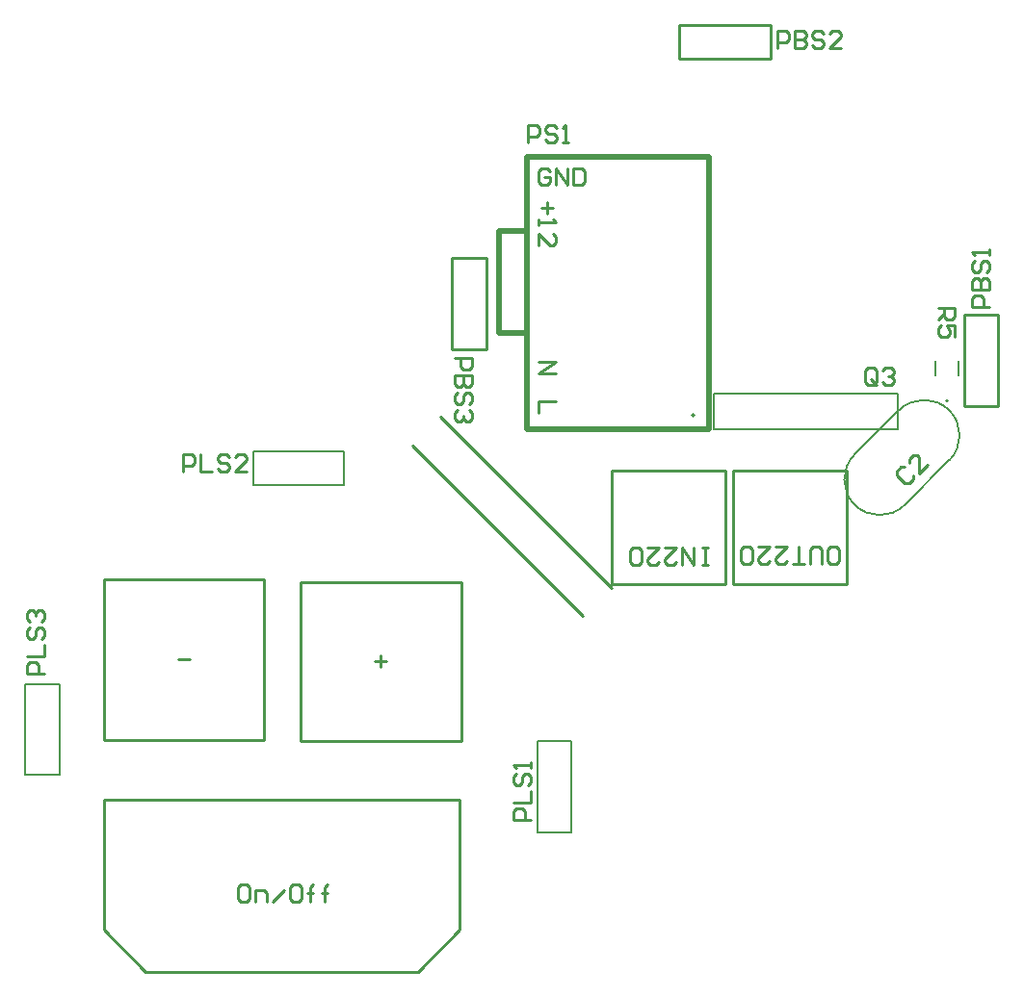
<source format=gto>
G04 Layer_Color=65535*
%FSLAX44Y44*%
%MOMM*%
G71*
G01*
G75*
%ADD11C,0.5000*%
%ADD49C,0.1524*%
%ADD50C,0.2540*%
%ADD51C,0.1500*%
D11*
X426000Y599000D02*
X451000D01*
X426000D02*
Y689000D01*
X451000D01*
Y514000D02*
X611000D01*
X451000D02*
Y754000D01*
X611000Y514000D02*
Y754000D01*
X451000D02*
X611000D01*
D49*
X598245Y527000D02*
G03*
X598245Y527000I-1270J0D01*
G01*
X738905Y492088D02*
G03*
X783088Y447905I22091J-22091D01*
G01*
X822062Y531062D02*
G03*
X777879Y531062I-22091J-22091D01*
G01*
X822062Y486879D02*
G03*
X822062Y531062I-22091J22091D01*
G01*
X820762Y539100D02*
G03*
X820762Y539100I-762J0D01*
G01*
X615400Y514300D02*
Y546050D01*
X776690D01*
Y514300D02*
Y546050D01*
X615400Y514300D02*
X776690D01*
X738905Y492088D02*
X777879Y531062D01*
X783088Y447905D02*
X822062Y486879D01*
X809713Y561678D02*
Y574323D01*
X830287D02*
X830287Y561677D01*
D50*
X355000Y37000D02*
X392000Y74000D01*
Y117000D01*
Y174000D01*
Y188000D01*
X122000Y37000D02*
X355000D01*
X79000Y174000D02*
Y188000D01*
X392000D01*
X252000Y371000D02*
X252000Y380000D01*
X369000Y240000D02*
X393000D01*
X252000D02*
X319000D01*
X835000Y535000D02*
X865000D01*
X835000D02*
Y615000D01*
X865000D01*
Y535000D02*
Y615000D01*
X385000Y665000D02*
X415000D01*
X415000Y585000D02*
X415000Y665000D01*
X385000Y585000D02*
X415000Y585000D01*
X385000Y585000D02*
Y665000D01*
X665000Y840000D02*
Y870000D01*
X585000Y840000D02*
X665000D01*
X585000D02*
Y870000D01*
X665000D01*
X625000Y378000D02*
Y478000D01*
X525000Y378000D02*
X625000D01*
X525000Y478000D02*
X625000D01*
X525000Y378000D02*
Y478000D01*
X732000Y378000D02*
Y478000D01*
X632000Y378000D02*
X732000D01*
X632000Y478000D02*
X732000D01*
X632000Y378000D02*
Y478000D01*
X350000Y500000D02*
X500000Y350000D01*
X375000Y525000D02*
X525000Y375000D01*
X79000Y382000D02*
X219364D01*
X79000Y241000D02*
Y382000D01*
Y241000D02*
X219364D01*
Y382000D01*
X319000Y240000D02*
X369000D01*
X393000D02*
Y380000D01*
X252000D02*
X393000D01*
X252000Y240000D02*
Y335000D01*
X79000Y117000D02*
Y174000D01*
X116000Y37000D02*
X122000D01*
X79000Y74000D02*
Y117000D01*
Y74000D02*
X116000Y37000D01*
X252000Y335000D02*
Y371000D01*
X452000Y767000D02*
Y782235D01*
X459618D01*
X462157Y779696D01*
Y774617D01*
X459618Y772078D01*
X452000D01*
X477392Y779696D02*
X474853Y782235D01*
X469774D01*
X467235Y779696D01*
Y777157D01*
X469774Y774617D01*
X474853D01*
X477392Y772078D01*
Y769539D01*
X474853Y767000D01*
X469774D01*
X467235Y769539D01*
X482470Y767000D02*
X487548D01*
X485009D01*
Y782235D01*
X482470Y779696D01*
X783171Y481126D02*
X779581D01*
X775990Y477535D01*
Y473944D01*
X783171Y466762D01*
X786762D01*
X790353Y470353D01*
Y473944D01*
X802922Y482922D02*
X795740Y475740D01*
Y490104D01*
X793944Y491899D01*
X790353D01*
X786762Y488308D01*
Y484717D01*
X857000Y622000D02*
X841765D01*
Y629618D01*
X844304Y632157D01*
X849382D01*
X851922Y629618D01*
Y622000D01*
X841765Y637235D02*
X857000D01*
Y644853D01*
X854461Y647392D01*
X851922D01*
X849382Y644853D01*
Y637235D01*
Y644853D01*
X846843Y647392D01*
X844304D01*
X841765Y644853D01*
Y637235D01*
X844304Y662627D02*
X841765Y660088D01*
Y655009D01*
X844304Y652470D01*
X846843D01*
X849382Y655009D01*
Y660088D01*
X851922Y662627D01*
X854461D01*
X857000Y660088D01*
Y655009D01*
X854461Y652470D01*
X857000Y667705D02*
Y672784D01*
Y670244D01*
X841765D01*
X844304Y667705D01*
X671200Y850000D02*
Y865235D01*
X678818D01*
X681357Y862696D01*
Y857617D01*
X678818Y855078D01*
X671200D01*
X686435Y865235D02*
Y850000D01*
X694053D01*
X696592Y852539D01*
Y855078D01*
X694053Y857617D01*
X686435D01*
X694053D01*
X696592Y860157D01*
Y862696D01*
X694053Y865235D01*
X686435D01*
X711827Y862696D02*
X709288Y865235D01*
X704209D01*
X701670Y862696D01*
Y860157D01*
X704209Y857617D01*
X709288D01*
X711827Y855078D01*
Y852539D01*
X709288Y850000D01*
X704209D01*
X701670Y852539D01*
X727062Y850000D02*
X716905D01*
X727062Y860157D01*
Y862696D01*
X724523Y865235D01*
X719444D01*
X716905Y862696D01*
X387000Y576600D02*
X402235D01*
Y568983D01*
X399696Y566443D01*
X394618D01*
X392078Y568983D01*
Y576600D01*
X402235Y561365D02*
X387000D01*
Y553747D01*
X389539Y551208D01*
X392078D01*
X394618Y553747D01*
Y561365D01*
Y553747D01*
X397157Y551208D01*
X399696D01*
X402235Y553747D01*
Y561365D01*
X399696Y535973D02*
X402235Y538512D01*
Y543591D01*
X399696Y546130D01*
X397157D01*
X394618Y543591D01*
Y538512D01*
X392078Y535973D01*
X389539D01*
X387000Y538512D01*
Y543591D01*
X389539Y546130D01*
X399696Y530895D02*
X402235Y528356D01*
Y523277D01*
X399696Y520738D01*
X397157D01*
X394618Y523277D01*
Y525816D01*
Y523277D01*
X392078Y520738D01*
X389539D01*
X387000Y523277D01*
Y528356D01*
X389539Y530895D01*
X149000Y477000D02*
Y492235D01*
X156617D01*
X159157Y489696D01*
Y484618D01*
X156617Y482078D01*
X149000D01*
X164235Y492235D02*
Y477000D01*
X174392D01*
X189627Y489696D02*
X187088Y492235D01*
X182009D01*
X179470Y489696D01*
Y487157D01*
X182009Y484618D01*
X187088D01*
X189627Y482078D01*
Y479539D01*
X187088Y477000D01*
X182009D01*
X179470Y479539D01*
X204862Y477000D02*
X194705D01*
X204862Y487157D01*
Y489696D01*
X202323Y492235D01*
X197244D01*
X194705Y489696D01*
X27000Y299500D02*
X11765D01*
Y307118D01*
X14304Y309657D01*
X19382D01*
X21922Y307118D01*
Y299500D01*
X11765Y314735D02*
X27000D01*
Y324892D01*
X14304Y340127D02*
X11765Y337588D01*
Y332509D01*
X14304Y329970D01*
X16843D01*
X19382Y332509D01*
Y337588D01*
X21922Y340127D01*
X24461D01*
X27000Y337588D01*
Y332509D01*
X24461Y329970D01*
X14304Y345205D02*
X11765Y347744D01*
Y352823D01*
X14304Y355362D01*
X16843D01*
X19382Y352823D01*
Y350284D01*
Y352823D01*
X21922Y355362D01*
X24461D01*
X27000Y352823D01*
Y347744D01*
X24461Y345205D01*
X758157Y555539D02*
Y565696D01*
X755618Y568235D01*
X750539D01*
X748000Y565696D01*
Y555539D01*
X750539Y553000D01*
X755618D01*
X753078Y558078D02*
X758157Y553000D01*
X755618D02*
X758157Y555539D01*
X763235Y565696D02*
X765774Y568235D01*
X770853D01*
X773392Y565696D01*
Y563157D01*
X770853Y560617D01*
X768313D01*
X770853D01*
X773392Y558078D01*
Y555539D01*
X770853Y553000D01*
X765774D01*
X763235Y555539D01*
X812000Y621000D02*
X827235D01*
Y613382D01*
X824696Y610843D01*
X819617D01*
X817078Y613382D01*
Y621000D01*
Y615922D02*
X812000Y610843D01*
X827235Y595608D02*
Y605765D01*
X819617D01*
X822157Y600687D01*
Y598147D01*
X819617Y595608D01*
X814539D01*
X812000Y598147D01*
Y603226D01*
X814539Y605765D01*
X610000Y394765D02*
X604922D01*
X607461D01*
Y410000D01*
X610000D01*
X604922D01*
X597304D02*
Y394765D01*
X587147Y410000D01*
Y394765D01*
X571912Y410000D02*
X582069D01*
X571912Y399843D01*
Y397304D01*
X574451Y394765D01*
X579530D01*
X582069Y397304D01*
X556677Y410000D02*
X566834D01*
X556677Y399843D01*
Y397304D01*
X559216Y394765D01*
X564295D01*
X566834Y397304D01*
X551599D02*
X549060Y394765D01*
X543981D01*
X541442Y397304D01*
Y407461D01*
X543981Y410000D01*
X549060D01*
X551599Y407461D01*
Y397304D01*
X717483Y395590D02*
X722561D01*
X725100Y398129D01*
Y408286D01*
X722561Y410825D01*
X717483D01*
X714944Y408286D01*
Y398129D01*
X717483Y395590D01*
X709865D02*
Y408286D01*
X707326Y410825D01*
X702248D01*
X699709Y408286D01*
Y395590D01*
X694630D02*
X684474D01*
X689552D01*
Y410825D01*
X669239D02*
X679395D01*
X669239Y400668D01*
Y398129D01*
X671778Y395590D01*
X676856D01*
X679395Y398129D01*
X654004Y410825D02*
X664160D01*
X654004Y400668D01*
Y398129D01*
X656543Y395590D01*
X661621D01*
X664160Y398129D01*
X648925D02*
X646386Y395590D01*
X641308D01*
X638768Y398129D01*
Y408286D01*
X641308Y410825D01*
X646386D01*
X648925Y408286D01*
Y398129D01*
X454250Y171000D02*
X439015D01*
Y178617D01*
X441554Y181157D01*
X446632D01*
X449172Y178617D01*
Y171000D01*
X439015Y186235D02*
X454250D01*
Y196392D01*
X441554Y211627D02*
X439015Y209088D01*
Y204009D01*
X441554Y201470D01*
X444093D01*
X446632Y204009D01*
Y209088D01*
X449172Y211627D01*
X451711D01*
X454250Y209088D01*
Y204009D01*
X451711Y201470D01*
X454250Y216705D02*
Y221784D01*
Y219244D01*
X439015D01*
X441554Y216705D01*
X204618Y114235D02*
X199539D01*
X197000Y111696D01*
Y101539D01*
X199539Y99000D01*
X204618D01*
X207157Y101539D01*
Y111696D01*
X204618Y114235D01*
X212235Y99000D02*
Y109157D01*
X219853D01*
X222392Y106617D01*
Y99000D01*
X227470D02*
X237627Y109157D01*
X250323Y114235D02*
X245244D01*
X242705Y111696D01*
Y101539D01*
X245244Y99000D01*
X250323D01*
X252862Y101539D01*
Y111696D01*
X250323Y114235D01*
X260480Y99000D02*
Y111696D01*
Y106617D01*
X257940D01*
X263019D01*
X260480D01*
Y111696D01*
X263019Y114235D01*
X273175Y99000D02*
Y111696D01*
Y106617D01*
X270636D01*
X275714D01*
X273175D01*
Y111696D01*
X275714Y114235D01*
X317000Y310618D02*
X327157D01*
X322078Y315696D02*
Y305539D01*
X144000Y311618D02*
X154157D01*
X471157Y741696D02*
X468618Y744235D01*
X463539D01*
X461000Y741696D01*
Y731539D01*
X463539Y729000D01*
X468618D01*
X471157Y731539D01*
Y736618D01*
X466078D01*
X476235Y729000D02*
Y744235D01*
X486392Y729000D01*
Y744235D01*
X491470D02*
Y729000D01*
X499088D01*
X501627Y731539D01*
Y741696D01*
X499088Y744235D01*
X491470D01*
X468618Y714000D02*
Y703843D01*
X473696Y708922D02*
X463539D01*
X461000Y698765D02*
Y693687D01*
Y696226D01*
X476235D01*
X473696Y698765D01*
X461000Y675912D02*
Y686069D01*
X471157Y675912D01*
X473696D01*
X476235Y678452D01*
Y683530D01*
X473696Y686069D01*
X461000Y574000D02*
X476235D01*
X461000Y563843D01*
X476235D01*
Y539000D02*
X461000D01*
Y528843D01*
D51*
X9950Y210250D02*
X39950D01*
Y290250D01*
X9950Y210250D02*
Y290250D01*
X39950D01*
X210250Y465050D02*
Y495050D01*
Y465050D02*
X290250D01*
X210250Y495050D02*
X290250D01*
Y465050D02*
Y495050D01*
X460050Y239750D02*
X490050D01*
X460050Y159750D02*
Y239750D01*
X490050Y159750D02*
Y239750D01*
X460050Y159750D02*
X490050D01*
M02*

</source>
